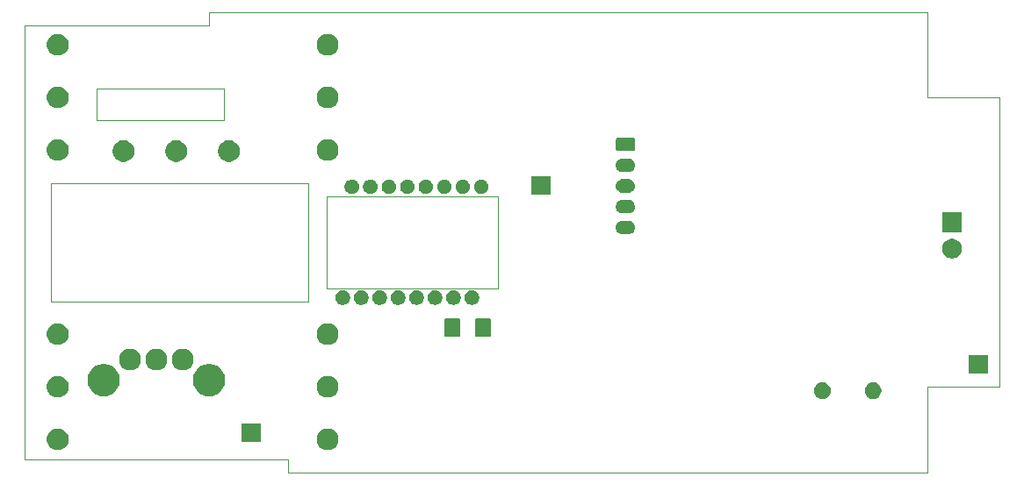
<source format=gbr>
G04 #@! TF.GenerationSoftware,KiCad,Pcbnew,6.0.0-unknown-f08d040~86~ubuntu18.04.1*
G04 #@! TF.CreationDate,2019-05-16T22:23:00+01:00*
G04 #@! TF.ProjectId,mouse8,6d6f7573-6538-42e6-9b69-6361645f7063,rev?*
G04 #@! TF.SameCoordinates,Original*
G04 #@! TF.FileFunction,Soldermask,Bot*
G04 #@! TF.FilePolarity,Negative*
%FSLAX46Y46*%
G04 Gerber Fmt 4.6, Leading zero omitted, Abs format (unit mm)*
G04 Created by KiCad (PCBNEW 6.0.0-unknown-f08d040~86~ubuntu18.04.1) date 2019-05-16 22:23:00*
%MOMM*%
%LPD*%
G04 APERTURE LIST*
%ADD10C,0.050000*%
%ADD11C,0.100000*%
G04 APERTURE END LIST*
D10*
X159308800Y-70916800D02*
X159308800Y-73914000D01*
X171653200Y-70916800D02*
X159308800Y-70916800D01*
X171653200Y-73914000D02*
X171653200Y-70916800D01*
X159308800Y-73914000D02*
X171653200Y-73914000D01*
X154940000Y-80010000D02*
X179705000Y-80010000D01*
X181483000Y-90170000D02*
X181483000Y-81280000D01*
X197993000Y-90170000D02*
X181483000Y-90170000D01*
X197993000Y-81280000D02*
X197993000Y-90170000D01*
X181483000Y-81280000D02*
X197993000Y-81280000D01*
X177800000Y-106680000D02*
X177800000Y-107950000D01*
X152400000Y-106680000D02*
X177800000Y-106680000D01*
X170180000Y-64770000D02*
X152400000Y-64770000D01*
X170180000Y-63500000D02*
X170180000Y-64770000D01*
X154940000Y-91440000D02*
X154940000Y-90805000D01*
X179705000Y-91440000D02*
X179705000Y-90805000D01*
X179705000Y-80010000D02*
X179705000Y-90805000D01*
X239395000Y-71755000D02*
X246380000Y-71755000D01*
X239395000Y-63500000D02*
X239395000Y-71755000D01*
X239395000Y-99695000D02*
X239395000Y-107950000D01*
X246380000Y-99695000D02*
X239395000Y-99695000D01*
X154940000Y-90805000D02*
X154940000Y-80010000D01*
X179705000Y-91440000D02*
X154940000Y-91440000D01*
X152400000Y-106680000D02*
X152400000Y-64770000D01*
X239395000Y-107950000D02*
X177800000Y-107950000D01*
X246380000Y-71755000D02*
X246380000Y-99695000D01*
X170180000Y-63500000D02*
X239395000Y-63500000D01*
D11*
G36*
X181916564Y-103764389D02*
G01*
X182107833Y-103843615D01*
X182107835Y-103843616D01*
X182279973Y-103958635D01*
X182426365Y-104105027D01*
X182541385Y-104277167D01*
X182620611Y-104468436D01*
X182661000Y-104671484D01*
X182661000Y-104878516D01*
X182620611Y-105081564D01*
X182541385Y-105272833D01*
X182541384Y-105272835D01*
X182426365Y-105444973D01*
X182279973Y-105591365D01*
X182107835Y-105706384D01*
X182107834Y-105706385D01*
X182107833Y-105706385D01*
X181916564Y-105785611D01*
X181713516Y-105826000D01*
X181506484Y-105826000D01*
X181303436Y-105785611D01*
X181112167Y-105706385D01*
X181112166Y-105706385D01*
X181112165Y-105706384D01*
X180940027Y-105591365D01*
X180793635Y-105444973D01*
X180678616Y-105272835D01*
X180678615Y-105272833D01*
X180599389Y-105081564D01*
X180559000Y-104878516D01*
X180559000Y-104671484D01*
X180599389Y-104468436D01*
X180678615Y-104277167D01*
X180793635Y-104105027D01*
X180940027Y-103958635D01*
X181112165Y-103843616D01*
X181112167Y-103843615D01*
X181303436Y-103764389D01*
X181506484Y-103724000D01*
X181713516Y-103724000D01*
X181916564Y-103764389D01*
X181916564Y-103764389D01*
G37*
G36*
X155881564Y-103764389D02*
G01*
X156072833Y-103843615D01*
X156072835Y-103843616D01*
X156244973Y-103958635D01*
X156391365Y-104105027D01*
X156506385Y-104277167D01*
X156585611Y-104468436D01*
X156626000Y-104671484D01*
X156626000Y-104878516D01*
X156585611Y-105081564D01*
X156506385Y-105272833D01*
X156506384Y-105272835D01*
X156391365Y-105444973D01*
X156244973Y-105591365D01*
X156072835Y-105706384D01*
X156072834Y-105706385D01*
X156072833Y-105706385D01*
X155881564Y-105785611D01*
X155678516Y-105826000D01*
X155471484Y-105826000D01*
X155268436Y-105785611D01*
X155077167Y-105706385D01*
X155077166Y-105706385D01*
X155077165Y-105706384D01*
X154905027Y-105591365D01*
X154758635Y-105444973D01*
X154643616Y-105272835D01*
X154643615Y-105272833D01*
X154564389Y-105081564D01*
X154524000Y-104878516D01*
X154524000Y-104671484D01*
X154564389Y-104468436D01*
X154643615Y-104277167D01*
X154758635Y-104105027D01*
X154905027Y-103958635D01*
X155077165Y-103843616D01*
X155077167Y-103843615D01*
X155268436Y-103764389D01*
X155471484Y-103724000D01*
X155678516Y-103724000D01*
X155881564Y-103764389D01*
X155881564Y-103764389D01*
G37*
G36*
X175145000Y-105041000D02*
G01*
X173343000Y-105041000D01*
X173343000Y-103239000D01*
X175145000Y-103239000D01*
X175145000Y-105041000D01*
X175145000Y-105041000D01*
G37*
G36*
X234421642Y-99305781D02*
G01*
X234567414Y-99366162D01*
X234567416Y-99366163D01*
X234698608Y-99453822D01*
X234810178Y-99565392D01*
X234827613Y-99591486D01*
X234897838Y-99696586D01*
X234958219Y-99842358D01*
X234989000Y-99997107D01*
X234989000Y-100154893D01*
X234958219Y-100309642D01*
X234897838Y-100455414D01*
X234897837Y-100455416D01*
X234810178Y-100586608D01*
X234698608Y-100698178D01*
X234567416Y-100785837D01*
X234567415Y-100785838D01*
X234567414Y-100785838D01*
X234421642Y-100846219D01*
X234266893Y-100877000D01*
X234109107Y-100877000D01*
X233954358Y-100846219D01*
X233808586Y-100785838D01*
X233808585Y-100785838D01*
X233808584Y-100785837D01*
X233677392Y-100698178D01*
X233565822Y-100586608D01*
X233478163Y-100455416D01*
X233478162Y-100455414D01*
X233417781Y-100309642D01*
X233387000Y-100154893D01*
X233387000Y-99997107D01*
X233417781Y-99842358D01*
X233478162Y-99696586D01*
X233548387Y-99591486D01*
X233565822Y-99565392D01*
X233677392Y-99453822D01*
X233808584Y-99366163D01*
X233808586Y-99366162D01*
X233954358Y-99305781D01*
X234109107Y-99275000D01*
X234266893Y-99275000D01*
X234421642Y-99305781D01*
X234421642Y-99305781D01*
G37*
G36*
X229541642Y-99305781D02*
G01*
X229687414Y-99366162D01*
X229687416Y-99366163D01*
X229818608Y-99453822D01*
X229930178Y-99565392D01*
X229947613Y-99591486D01*
X230017838Y-99696586D01*
X230078219Y-99842358D01*
X230109000Y-99997107D01*
X230109000Y-100154893D01*
X230078219Y-100309642D01*
X230017838Y-100455414D01*
X230017837Y-100455416D01*
X229930178Y-100586608D01*
X229818608Y-100698178D01*
X229687416Y-100785837D01*
X229687415Y-100785838D01*
X229687414Y-100785838D01*
X229541642Y-100846219D01*
X229386893Y-100877000D01*
X229229107Y-100877000D01*
X229074358Y-100846219D01*
X228928586Y-100785838D01*
X228928585Y-100785838D01*
X228928584Y-100785837D01*
X228797392Y-100698178D01*
X228685822Y-100586608D01*
X228598163Y-100455416D01*
X228598162Y-100455414D01*
X228537781Y-100309642D01*
X228507000Y-100154893D01*
X228507000Y-99997107D01*
X228537781Y-99842358D01*
X228598162Y-99696586D01*
X228668387Y-99591486D01*
X228685822Y-99565392D01*
X228797392Y-99453822D01*
X228928584Y-99366163D01*
X228928586Y-99366162D01*
X229074358Y-99305781D01*
X229229107Y-99275000D01*
X229386893Y-99275000D01*
X229541642Y-99305781D01*
X229541642Y-99305781D01*
G37*
G36*
X181916564Y-98684389D02*
G01*
X182107833Y-98763615D01*
X182107835Y-98763616D01*
X182279973Y-98878635D01*
X182426365Y-99025027D01*
X182541385Y-99197167D01*
X182620611Y-99388436D01*
X182661000Y-99591484D01*
X182661000Y-99798516D01*
X182620611Y-100001564D01*
X182557100Y-100154893D01*
X182541384Y-100192835D01*
X182426365Y-100364973D01*
X182279973Y-100511365D01*
X182107835Y-100626384D01*
X182107834Y-100626385D01*
X182107833Y-100626385D01*
X181916564Y-100705611D01*
X181713516Y-100746000D01*
X181506484Y-100746000D01*
X181303436Y-100705611D01*
X181112167Y-100626385D01*
X181112166Y-100626385D01*
X181112165Y-100626384D01*
X180940027Y-100511365D01*
X180793635Y-100364973D01*
X180678616Y-100192835D01*
X180662900Y-100154893D01*
X180599389Y-100001564D01*
X180559000Y-99798516D01*
X180559000Y-99591484D01*
X180599389Y-99388436D01*
X180678615Y-99197167D01*
X180793635Y-99025027D01*
X180940027Y-98878635D01*
X181112165Y-98763616D01*
X181112167Y-98763615D01*
X181303436Y-98684389D01*
X181506484Y-98644000D01*
X181713516Y-98644000D01*
X181916564Y-98684389D01*
X181916564Y-98684389D01*
G37*
G36*
X155881564Y-98684389D02*
G01*
X156072833Y-98763615D01*
X156072835Y-98763616D01*
X156244973Y-98878635D01*
X156391365Y-99025027D01*
X156506385Y-99197167D01*
X156585611Y-99388436D01*
X156626000Y-99591484D01*
X156626000Y-99798516D01*
X156585611Y-100001564D01*
X156522100Y-100154893D01*
X156506384Y-100192835D01*
X156391365Y-100364973D01*
X156244973Y-100511365D01*
X156072835Y-100626384D01*
X156072834Y-100626385D01*
X156072833Y-100626385D01*
X155881564Y-100705611D01*
X155678516Y-100746000D01*
X155471484Y-100746000D01*
X155268436Y-100705611D01*
X155077167Y-100626385D01*
X155077166Y-100626385D01*
X155077165Y-100626384D01*
X154905027Y-100511365D01*
X154758635Y-100364973D01*
X154643616Y-100192835D01*
X154627900Y-100154893D01*
X154564389Y-100001564D01*
X154524000Y-99798516D01*
X154524000Y-99591484D01*
X154564389Y-99388436D01*
X154643615Y-99197167D01*
X154758635Y-99025027D01*
X154905027Y-98878635D01*
X155077165Y-98763616D01*
X155077167Y-98763615D01*
X155268436Y-98684389D01*
X155471484Y-98644000D01*
X155678516Y-98644000D01*
X155881564Y-98684389D01*
X155881564Y-98684389D01*
G37*
G36*
X170482585Y-97538802D02*
G01*
X170632410Y-97568604D01*
X170914674Y-97685521D01*
X171168705Y-97855259D01*
X171384741Y-98071295D01*
X171554479Y-98325326D01*
X171671396Y-98607590D01*
X171731000Y-98907240D01*
X171731000Y-99212760D01*
X171671396Y-99512410D01*
X171554479Y-99794674D01*
X171384741Y-100048705D01*
X171168705Y-100264741D01*
X170914674Y-100434479D01*
X170632410Y-100551396D01*
X170482585Y-100581198D01*
X170332761Y-100611000D01*
X170027239Y-100611000D01*
X169877415Y-100581198D01*
X169727590Y-100551396D01*
X169445326Y-100434479D01*
X169191295Y-100264741D01*
X168975259Y-100048705D01*
X168805521Y-99794674D01*
X168688604Y-99512410D01*
X168629000Y-99212760D01*
X168629000Y-98907240D01*
X168688604Y-98607590D01*
X168805521Y-98325326D01*
X168975259Y-98071295D01*
X169191295Y-97855259D01*
X169445326Y-97685521D01*
X169727590Y-97568604D01*
X169877415Y-97538802D01*
X170027239Y-97509000D01*
X170332761Y-97509000D01*
X170482585Y-97538802D01*
X170482585Y-97538802D01*
G37*
G36*
X160322585Y-97538802D02*
G01*
X160472410Y-97568604D01*
X160754674Y-97685521D01*
X161008705Y-97855259D01*
X161224741Y-98071295D01*
X161394479Y-98325326D01*
X161511396Y-98607590D01*
X161571000Y-98907240D01*
X161571000Y-99212760D01*
X161511396Y-99512410D01*
X161394479Y-99794674D01*
X161224741Y-100048705D01*
X161008705Y-100264741D01*
X160754674Y-100434479D01*
X160472410Y-100551396D01*
X160322585Y-100581198D01*
X160172761Y-100611000D01*
X159867239Y-100611000D01*
X159717415Y-100581198D01*
X159567590Y-100551396D01*
X159285326Y-100434479D01*
X159031295Y-100264741D01*
X158815259Y-100048705D01*
X158645521Y-99794674D01*
X158528604Y-99512410D01*
X158469000Y-99212760D01*
X158469000Y-98907240D01*
X158528604Y-98607590D01*
X158645521Y-98325326D01*
X158815259Y-98071295D01*
X159031295Y-97855259D01*
X159285326Y-97685521D01*
X159567590Y-97568604D01*
X159717415Y-97538802D01*
X159867239Y-97509000D01*
X160172761Y-97509000D01*
X160322585Y-97538802D01*
X160322585Y-97538802D01*
G37*
G36*
X245249000Y-98437000D02*
G01*
X243447000Y-98437000D01*
X243447000Y-96635000D01*
X245249000Y-96635000D01*
X245249000Y-98437000D01*
X245249000Y-98437000D01*
G37*
G36*
X167946564Y-96049389D02*
G01*
X168137833Y-96128615D01*
X168137835Y-96128616D01*
X168309973Y-96243635D01*
X168456365Y-96390027D01*
X168571385Y-96562167D01*
X168650611Y-96753436D01*
X168691000Y-96956484D01*
X168691000Y-97163516D01*
X168650611Y-97366564D01*
X168591612Y-97509000D01*
X168571384Y-97557835D01*
X168456365Y-97729973D01*
X168309973Y-97876365D01*
X168137835Y-97991384D01*
X168137834Y-97991385D01*
X168137833Y-97991385D01*
X167946564Y-98070611D01*
X167743516Y-98111000D01*
X167536484Y-98111000D01*
X167333436Y-98070611D01*
X167142167Y-97991385D01*
X167142166Y-97991385D01*
X167142165Y-97991384D01*
X166970027Y-97876365D01*
X166823635Y-97729973D01*
X166708616Y-97557835D01*
X166688388Y-97509000D01*
X166629389Y-97366564D01*
X166589000Y-97163516D01*
X166589000Y-96956484D01*
X166629389Y-96753436D01*
X166708615Y-96562167D01*
X166823635Y-96390027D01*
X166970027Y-96243635D01*
X167142165Y-96128616D01*
X167142167Y-96128615D01*
X167333436Y-96049389D01*
X167536484Y-96009000D01*
X167743516Y-96009000D01*
X167946564Y-96049389D01*
X167946564Y-96049389D01*
G37*
G36*
X165406564Y-96049389D02*
G01*
X165597833Y-96128615D01*
X165597835Y-96128616D01*
X165769973Y-96243635D01*
X165916365Y-96390027D01*
X166031385Y-96562167D01*
X166110611Y-96753436D01*
X166151000Y-96956484D01*
X166151000Y-97163516D01*
X166110611Y-97366564D01*
X166051612Y-97509000D01*
X166031384Y-97557835D01*
X165916365Y-97729973D01*
X165769973Y-97876365D01*
X165597835Y-97991384D01*
X165597834Y-97991385D01*
X165597833Y-97991385D01*
X165406564Y-98070611D01*
X165203516Y-98111000D01*
X164996484Y-98111000D01*
X164793436Y-98070611D01*
X164602167Y-97991385D01*
X164602166Y-97991385D01*
X164602165Y-97991384D01*
X164430027Y-97876365D01*
X164283635Y-97729973D01*
X164168616Y-97557835D01*
X164148388Y-97509000D01*
X164089389Y-97366564D01*
X164049000Y-97163516D01*
X164049000Y-96956484D01*
X164089389Y-96753436D01*
X164168615Y-96562167D01*
X164283635Y-96390027D01*
X164430027Y-96243635D01*
X164602165Y-96128616D01*
X164602167Y-96128615D01*
X164793436Y-96049389D01*
X164996484Y-96009000D01*
X165203516Y-96009000D01*
X165406564Y-96049389D01*
X165406564Y-96049389D01*
G37*
G36*
X162866564Y-96049389D02*
G01*
X163057833Y-96128615D01*
X163057835Y-96128616D01*
X163229973Y-96243635D01*
X163376365Y-96390027D01*
X163491385Y-96562167D01*
X163570611Y-96753436D01*
X163611000Y-96956484D01*
X163611000Y-97163516D01*
X163570611Y-97366564D01*
X163511612Y-97509000D01*
X163491384Y-97557835D01*
X163376365Y-97729973D01*
X163229973Y-97876365D01*
X163057835Y-97991384D01*
X163057834Y-97991385D01*
X163057833Y-97991385D01*
X162866564Y-98070611D01*
X162663516Y-98111000D01*
X162456484Y-98111000D01*
X162253436Y-98070611D01*
X162062167Y-97991385D01*
X162062166Y-97991385D01*
X162062165Y-97991384D01*
X161890027Y-97876365D01*
X161743635Y-97729973D01*
X161628616Y-97557835D01*
X161608388Y-97509000D01*
X161549389Y-97366564D01*
X161509000Y-97163516D01*
X161509000Y-96956484D01*
X161549389Y-96753436D01*
X161628615Y-96562167D01*
X161743635Y-96390027D01*
X161890027Y-96243635D01*
X162062165Y-96128616D01*
X162062167Y-96128615D01*
X162253436Y-96049389D01*
X162456484Y-96009000D01*
X162663516Y-96009000D01*
X162866564Y-96049389D01*
X162866564Y-96049389D01*
G37*
G36*
X181916564Y-93604389D02*
G01*
X182107833Y-93683615D01*
X182107835Y-93683616D01*
X182279973Y-93798635D01*
X182426365Y-93945027D01*
X182541385Y-94117167D01*
X182620611Y-94308436D01*
X182661000Y-94511484D01*
X182661000Y-94718516D01*
X182620611Y-94921564D01*
X182541385Y-95112833D01*
X182541384Y-95112835D01*
X182426365Y-95284973D01*
X182279973Y-95431365D01*
X182107835Y-95546384D01*
X182107834Y-95546385D01*
X182107833Y-95546385D01*
X181916564Y-95625611D01*
X181713516Y-95666000D01*
X181506484Y-95666000D01*
X181303436Y-95625611D01*
X181112167Y-95546385D01*
X181112166Y-95546385D01*
X181112165Y-95546384D01*
X180940027Y-95431365D01*
X180793635Y-95284973D01*
X180678616Y-95112835D01*
X180678615Y-95112833D01*
X180599389Y-94921564D01*
X180559000Y-94718516D01*
X180559000Y-94511484D01*
X180599389Y-94308436D01*
X180678615Y-94117167D01*
X180793635Y-93945027D01*
X180940027Y-93798635D01*
X181112165Y-93683616D01*
X181112167Y-93683615D01*
X181303436Y-93604389D01*
X181506484Y-93564000D01*
X181713516Y-93564000D01*
X181916564Y-93604389D01*
X181916564Y-93604389D01*
G37*
G36*
X155881564Y-93604389D02*
G01*
X156072833Y-93683615D01*
X156072835Y-93683616D01*
X156244973Y-93798635D01*
X156391365Y-93945027D01*
X156506385Y-94117167D01*
X156585611Y-94308436D01*
X156626000Y-94511484D01*
X156626000Y-94718516D01*
X156585611Y-94921564D01*
X156506385Y-95112833D01*
X156506384Y-95112835D01*
X156391365Y-95284973D01*
X156244973Y-95431365D01*
X156072835Y-95546384D01*
X156072834Y-95546385D01*
X156072833Y-95546385D01*
X155881564Y-95625611D01*
X155678516Y-95666000D01*
X155471484Y-95666000D01*
X155268436Y-95625611D01*
X155077167Y-95546385D01*
X155077166Y-95546385D01*
X155077165Y-95546384D01*
X154905027Y-95431365D01*
X154758635Y-95284973D01*
X154643616Y-95112835D01*
X154643615Y-95112833D01*
X154564389Y-94921564D01*
X154524000Y-94718516D01*
X154524000Y-94511484D01*
X154564389Y-94308436D01*
X154643615Y-94117167D01*
X154758635Y-93945027D01*
X154905027Y-93798635D01*
X155077165Y-93683616D01*
X155077167Y-93683615D01*
X155268436Y-93604389D01*
X155471484Y-93564000D01*
X155678516Y-93564000D01*
X155881564Y-93604389D01*
X155881564Y-93604389D01*
G37*
G36*
X194234062Y-93058181D02*
G01*
X194268981Y-93068774D01*
X194301163Y-93085976D01*
X194329373Y-93109127D01*
X194352524Y-93137337D01*
X194369726Y-93169519D01*
X194380319Y-93204438D01*
X194384500Y-93246895D01*
X194384500Y-94713105D01*
X194380319Y-94755562D01*
X194369726Y-94790481D01*
X194352524Y-94822663D01*
X194329373Y-94850873D01*
X194301163Y-94874024D01*
X194268981Y-94891226D01*
X194234062Y-94901819D01*
X194191605Y-94906000D01*
X193050395Y-94906000D01*
X193007938Y-94901819D01*
X192973019Y-94891226D01*
X192940837Y-94874024D01*
X192912627Y-94850873D01*
X192889476Y-94822663D01*
X192872274Y-94790481D01*
X192861681Y-94755562D01*
X192857500Y-94713105D01*
X192857500Y-93246895D01*
X192861681Y-93204438D01*
X192872274Y-93169519D01*
X192889476Y-93137337D01*
X192912627Y-93109127D01*
X192940837Y-93085976D01*
X192973019Y-93068774D01*
X193007938Y-93058181D01*
X193050395Y-93054000D01*
X194191605Y-93054000D01*
X194234062Y-93058181D01*
X194234062Y-93058181D01*
G37*
G36*
X197209062Y-93058181D02*
G01*
X197243981Y-93068774D01*
X197276163Y-93085976D01*
X197304373Y-93109127D01*
X197327524Y-93137337D01*
X197344726Y-93169519D01*
X197355319Y-93204438D01*
X197359500Y-93246895D01*
X197359500Y-94713105D01*
X197355319Y-94755562D01*
X197344726Y-94790481D01*
X197327524Y-94822663D01*
X197304373Y-94850873D01*
X197276163Y-94874024D01*
X197243981Y-94891226D01*
X197209062Y-94901819D01*
X197166605Y-94906000D01*
X196025395Y-94906000D01*
X195982938Y-94901819D01*
X195948019Y-94891226D01*
X195915837Y-94874024D01*
X195887627Y-94850873D01*
X195864476Y-94822663D01*
X195847274Y-94790481D01*
X195836681Y-94755562D01*
X195832500Y-94713105D01*
X195832500Y-93246895D01*
X195836681Y-93204438D01*
X195847274Y-93169519D01*
X195864476Y-93137337D01*
X195887627Y-93109127D01*
X195915837Y-93085976D01*
X195948019Y-93068774D01*
X195982938Y-93058181D01*
X196025395Y-93054000D01*
X197166605Y-93054000D01*
X197209062Y-93058181D01*
X197209062Y-93058181D01*
G37*
G36*
X193947473Y-90400938D02*
G01*
X194075049Y-90453782D01*
X194189859Y-90530495D01*
X194287505Y-90628141D01*
X194364218Y-90742951D01*
X194417062Y-90870527D01*
X194444000Y-91005956D01*
X194444000Y-91144044D01*
X194417062Y-91279473D01*
X194364218Y-91407049D01*
X194287505Y-91521859D01*
X194189859Y-91619505D01*
X194075049Y-91696218D01*
X193947473Y-91749062D01*
X193812044Y-91776000D01*
X193673956Y-91776000D01*
X193538527Y-91749062D01*
X193410951Y-91696218D01*
X193296141Y-91619505D01*
X193198495Y-91521859D01*
X193121782Y-91407049D01*
X193068938Y-91279473D01*
X193042000Y-91144044D01*
X193042000Y-91005956D01*
X193068938Y-90870527D01*
X193121782Y-90742951D01*
X193198495Y-90628141D01*
X193296141Y-90530495D01*
X193410951Y-90453782D01*
X193538527Y-90400938D01*
X193673956Y-90374000D01*
X193812044Y-90374000D01*
X193947473Y-90400938D01*
X193947473Y-90400938D01*
G37*
G36*
X190387473Y-90400938D02*
G01*
X190515049Y-90453782D01*
X190629859Y-90530495D01*
X190727505Y-90628141D01*
X190804218Y-90742951D01*
X190857062Y-90870527D01*
X190884000Y-91005956D01*
X190884000Y-91144044D01*
X190857062Y-91279473D01*
X190804218Y-91407049D01*
X190727505Y-91521859D01*
X190629859Y-91619505D01*
X190515049Y-91696218D01*
X190387473Y-91749062D01*
X190252044Y-91776000D01*
X190113956Y-91776000D01*
X189978527Y-91749062D01*
X189850951Y-91696218D01*
X189736141Y-91619505D01*
X189638495Y-91521859D01*
X189561782Y-91407049D01*
X189508938Y-91279473D01*
X189482000Y-91144044D01*
X189482000Y-91005956D01*
X189508938Y-90870527D01*
X189561782Y-90742951D01*
X189638495Y-90628141D01*
X189736141Y-90530495D01*
X189850951Y-90453782D01*
X189978527Y-90400938D01*
X190113956Y-90374000D01*
X190252044Y-90374000D01*
X190387473Y-90400938D01*
X190387473Y-90400938D01*
G37*
G36*
X195727473Y-90400938D02*
G01*
X195855049Y-90453782D01*
X195969859Y-90530495D01*
X196067505Y-90628141D01*
X196144218Y-90742951D01*
X196197062Y-90870527D01*
X196224000Y-91005956D01*
X196224000Y-91144044D01*
X196197062Y-91279473D01*
X196144218Y-91407049D01*
X196067505Y-91521859D01*
X195969859Y-91619505D01*
X195855049Y-91696218D01*
X195727473Y-91749062D01*
X195592044Y-91776000D01*
X195453956Y-91776000D01*
X195318527Y-91749062D01*
X195190951Y-91696218D01*
X195076141Y-91619505D01*
X194978495Y-91521859D01*
X194901782Y-91407049D01*
X194848938Y-91279473D01*
X194822000Y-91144044D01*
X194822000Y-91005956D01*
X194848938Y-90870527D01*
X194901782Y-90742951D01*
X194978495Y-90628141D01*
X195076141Y-90530495D01*
X195190951Y-90453782D01*
X195318527Y-90400938D01*
X195453956Y-90374000D01*
X195592044Y-90374000D01*
X195727473Y-90400938D01*
X195727473Y-90400938D01*
G37*
G36*
X192167473Y-90400938D02*
G01*
X192295049Y-90453782D01*
X192409859Y-90530495D01*
X192507505Y-90628141D01*
X192584218Y-90742951D01*
X192637062Y-90870527D01*
X192664000Y-91005956D01*
X192664000Y-91144044D01*
X192637062Y-91279473D01*
X192584218Y-91407049D01*
X192507505Y-91521859D01*
X192409859Y-91619505D01*
X192295049Y-91696218D01*
X192167473Y-91749062D01*
X192032044Y-91776000D01*
X191893956Y-91776000D01*
X191758527Y-91749062D01*
X191630951Y-91696218D01*
X191516141Y-91619505D01*
X191418495Y-91521859D01*
X191341782Y-91407049D01*
X191288938Y-91279473D01*
X191262000Y-91144044D01*
X191262000Y-91005956D01*
X191288938Y-90870527D01*
X191341782Y-90742951D01*
X191418495Y-90628141D01*
X191516141Y-90530495D01*
X191630951Y-90453782D01*
X191758527Y-90400938D01*
X191893956Y-90374000D01*
X192032044Y-90374000D01*
X192167473Y-90400938D01*
X192167473Y-90400938D01*
G37*
G36*
X188607473Y-90400938D02*
G01*
X188735049Y-90453782D01*
X188849859Y-90530495D01*
X188947505Y-90628141D01*
X189024218Y-90742951D01*
X189077062Y-90870527D01*
X189104000Y-91005956D01*
X189104000Y-91144044D01*
X189077062Y-91279473D01*
X189024218Y-91407049D01*
X188947505Y-91521859D01*
X188849859Y-91619505D01*
X188735049Y-91696218D01*
X188607473Y-91749062D01*
X188472044Y-91776000D01*
X188333956Y-91776000D01*
X188198527Y-91749062D01*
X188070951Y-91696218D01*
X187956141Y-91619505D01*
X187858495Y-91521859D01*
X187781782Y-91407049D01*
X187728938Y-91279473D01*
X187702000Y-91144044D01*
X187702000Y-91005956D01*
X187728938Y-90870527D01*
X187781782Y-90742951D01*
X187858495Y-90628141D01*
X187956141Y-90530495D01*
X188070951Y-90453782D01*
X188198527Y-90400938D01*
X188333956Y-90374000D01*
X188472044Y-90374000D01*
X188607473Y-90400938D01*
X188607473Y-90400938D01*
G37*
G36*
X186827473Y-90400938D02*
G01*
X186955049Y-90453782D01*
X187069859Y-90530495D01*
X187167505Y-90628141D01*
X187244218Y-90742951D01*
X187297062Y-90870527D01*
X187324000Y-91005956D01*
X187324000Y-91144044D01*
X187297062Y-91279473D01*
X187244218Y-91407049D01*
X187167505Y-91521859D01*
X187069859Y-91619505D01*
X186955049Y-91696218D01*
X186827473Y-91749062D01*
X186692044Y-91776000D01*
X186553956Y-91776000D01*
X186418527Y-91749062D01*
X186290951Y-91696218D01*
X186176141Y-91619505D01*
X186078495Y-91521859D01*
X186001782Y-91407049D01*
X185948938Y-91279473D01*
X185922000Y-91144044D01*
X185922000Y-91005956D01*
X185948938Y-90870527D01*
X186001782Y-90742951D01*
X186078495Y-90628141D01*
X186176141Y-90530495D01*
X186290951Y-90453782D01*
X186418527Y-90400938D01*
X186553956Y-90374000D01*
X186692044Y-90374000D01*
X186827473Y-90400938D01*
X186827473Y-90400938D01*
G37*
G36*
X185047473Y-90400938D02*
G01*
X185175049Y-90453782D01*
X185289859Y-90530495D01*
X185387505Y-90628141D01*
X185464218Y-90742951D01*
X185517062Y-90870527D01*
X185544000Y-91005956D01*
X185544000Y-91144044D01*
X185517062Y-91279473D01*
X185464218Y-91407049D01*
X185387505Y-91521859D01*
X185289859Y-91619505D01*
X185175049Y-91696218D01*
X185047473Y-91749062D01*
X184912044Y-91776000D01*
X184773956Y-91776000D01*
X184638527Y-91749062D01*
X184510951Y-91696218D01*
X184396141Y-91619505D01*
X184298495Y-91521859D01*
X184221782Y-91407049D01*
X184168938Y-91279473D01*
X184142000Y-91144044D01*
X184142000Y-91005956D01*
X184168938Y-90870527D01*
X184221782Y-90742951D01*
X184298495Y-90628141D01*
X184396141Y-90530495D01*
X184510951Y-90453782D01*
X184638527Y-90400938D01*
X184773956Y-90374000D01*
X184912044Y-90374000D01*
X185047473Y-90400938D01*
X185047473Y-90400938D01*
G37*
G36*
X183267473Y-90400938D02*
G01*
X183395049Y-90453782D01*
X183509859Y-90530495D01*
X183607505Y-90628141D01*
X183684218Y-90742951D01*
X183737062Y-90870527D01*
X183764000Y-91005956D01*
X183764000Y-91144044D01*
X183737062Y-91279473D01*
X183684218Y-91407049D01*
X183607505Y-91521859D01*
X183509859Y-91619505D01*
X183395049Y-91696218D01*
X183267473Y-91749062D01*
X183132044Y-91776000D01*
X182993956Y-91776000D01*
X182858527Y-91749062D01*
X182730951Y-91696218D01*
X182616141Y-91619505D01*
X182518495Y-91521859D01*
X182441782Y-91407049D01*
X182388938Y-91279473D01*
X182362000Y-91144044D01*
X182362000Y-91005956D01*
X182388938Y-90870527D01*
X182441782Y-90742951D01*
X182518495Y-90628141D01*
X182616141Y-90530495D01*
X182730951Y-90453782D01*
X182858527Y-90400938D01*
X182993956Y-90374000D01*
X183132044Y-90374000D01*
X183267473Y-90400938D01*
X183267473Y-90400938D01*
G37*
G36*
X242085395Y-85445546D02*
G01*
X242258466Y-85517234D01*
X242258467Y-85517235D01*
X242414227Y-85621310D01*
X242546690Y-85753773D01*
X242546691Y-85753775D01*
X242650766Y-85909534D01*
X242722454Y-86082605D01*
X242759000Y-86266333D01*
X242759000Y-86453667D01*
X242722454Y-86637395D01*
X242650766Y-86810466D01*
X242650765Y-86810467D01*
X242546690Y-86966227D01*
X242414227Y-87098690D01*
X242335818Y-87151081D01*
X242258466Y-87202766D01*
X242085395Y-87274454D01*
X241901667Y-87311000D01*
X241714333Y-87311000D01*
X241530605Y-87274454D01*
X241357534Y-87202766D01*
X241280182Y-87151081D01*
X241201773Y-87098690D01*
X241069310Y-86966227D01*
X240965235Y-86810467D01*
X240965234Y-86810466D01*
X240893546Y-86637395D01*
X240857000Y-86453667D01*
X240857000Y-86266333D01*
X240893546Y-86082605D01*
X240965234Y-85909534D01*
X241069309Y-85753775D01*
X241069310Y-85753773D01*
X241201773Y-85621310D01*
X241357533Y-85517235D01*
X241357534Y-85517234D01*
X241530605Y-85445546D01*
X241714333Y-85409000D01*
X241901667Y-85409000D01*
X242085395Y-85445546D01*
X242085395Y-85445546D01*
G37*
G36*
X210650855Y-83653140D02*
G01*
X210714618Y-83659420D01*
X210805404Y-83686960D01*
X210837336Y-83696646D01*
X210950425Y-83757094D01*
X211049554Y-83838446D01*
X211130906Y-83937575D01*
X211191354Y-84050664D01*
X211191355Y-84050668D01*
X211228580Y-84173382D01*
X211241149Y-84301000D01*
X211228580Y-84428618D01*
X211201040Y-84519404D01*
X211191354Y-84551336D01*
X211130906Y-84664425D01*
X211049554Y-84763554D01*
X210950425Y-84844906D01*
X210837336Y-84905354D01*
X210805404Y-84915040D01*
X210714618Y-84942580D01*
X210650855Y-84948860D01*
X210618974Y-84952000D01*
X210005026Y-84952000D01*
X209973145Y-84948860D01*
X209909382Y-84942580D01*
X209818596Y-84915040D01*
X209786664Y-84905354D01*
X209673575Y-84844906D01*
X209574446Y-84763554D01*
X209493094Y-84664425D01*
X209432646Y-84551336D01*
X209422960Y-84519404D01*
X209395420Y-84428618D01*
X209382851Y-84301000D01*
X209395420Y-84173382D01*
X209432645Y-84050668D01*
X209432646Y-84050664D01*
X209493094Y-83937575D01*
X209574446Y-83838446D01*
X209673575Y-83757094D01*
X209786664Y-83696646D01*
X209818596Y-83686960D01*
X209909382Y-83659420D01*
X209973145Y-83653140D01*
X210005026Y-83650000D01*
X210618974Y-83650000D01*
X210650855Y-83653140D01*
X210650855Y-83653140D01*
G37*
G36*
X242759000Y-84771000D02*
G01*
X240857000Y-84771000D01*
X240857000Y-82869000D01*
X242759000Y-82869000D01*
X242759000Y-84771000D01*
X242759000Y-84771000D01*
G37*
G36*
X210650855Y-81653140D02*
G01*
X210714618Y-81659420D01*
X210805404Y-81686960D01*
X210837336Y-81696646D01*
X210950425Y-81757094D01*
X211049554Y-81838446D01*
X211130906Y-81937575D01*
X211191354Y-82050664D01*
X211191355Y-82050668D01*
X211228580Y-82173382D01*
X211241149Y-82301000D01*
X211228580Y-82428618D01*
X211201040Y-82519404D01*
X211191354Y-82551336D01*
X211130906Y-82664425D01*
X211049554Y-82763554D01*
X210950425Y-82844906D01*
X210837336Y-82905354D01*
X210805404Y-82915040D01*
X210714618Y-82942580D01*
X210650855Y-82948860D01*
X210618974Y-82952000D01*
X210005026Y-82952000D01*
X209973145Y-82948860D01*
X209909382Y-82942580D01*
X209818596Y-82915040D01*
X209786664Y-82905354D01*
X209673575Y-82844906D01*
X209574446Y-82763554D01*
X209493094Y-82664425D01*
X209432646Y-82551336D01*
X209422960Y-82519404D01*
X209395420Y-82428618D01*
X209382851Y-82301000D01*
X209395420Y-82173382D01*
X209432645Y-82050668D01*
X209432646Y-82050664D01*
X209493094Y-81937575D01*
X209574446Y-81838446D01*
X209673575Y-81757094D01*
X209786664Y-81696646D01*
X209818596Y-81686960D01*
X209909382Y-81659420D01*
X209973145Y-81653140D01*
X210005026Y-81650000D01*
X210618974Y-81650000D01*
X210650855Y-81653140D01*
X210650855Y-81653140D01*
G37*
G36*
X203085000Y-81165000D02*
G01*
X201283000Y-81165000D01*
X201283000Y-79363000D01*
X203085000Y-79363000D01*
X203085000Y-81165000D01*
X203085000Y-81165000D01*
G37*
G36*
X187717473Y-79700938D02*
G01*
X187845049Y-79753782D01*
X187959859Y-79830495D01*
X188057505Y-79928141D01*
X188134218Y-80042951D01*
X188187062Y-80170527D01*
X188214000Y-80305956D01*
X188214000Y-80444044D01*
X188187062Y-80579473D01*
X188134218Y-80707049D01*
X188057505Y-80821859D01*
X187959859Y-80919505D01*
X187845049Y-80996218D01*
X187717473Y-81049062D01*
X187582044Y-81076000D01*
X187443956Y-81076000D01*
X187308527Y-81049062D01*
X187180951Y-80996218D01*
X187066141Y-80919505D01*
X186968495Y-80821859D01*
X186891782Y-80707049D01*
X186838938Y-80579473D01*
X186812000Y-80444044D01*
X186812000Y-80305956D01*
X186838938Y-80170527D01*
X186891782Y-80042951D01*
X186968495Y-79928141D01*
X187066141Y-79830495D01*
X187180951Y-79753782D01*
X187308527Y-79700938D01*
X187443956Y-79674000D01*
X187582044Y-79674000D01*
X187717473Y-79700938D01*
X187717473Y-79700938D01*
G37*
G36*
X196617473Y-79700938D02*
G01*
X196745049Y-79753782D01*
X196859859Y-79830495D01*
X196957505Y-79928141D01*
X197034218Y-80042951D01*
X197087062Y-80170527D01*
X197114000Y-80305956D01*
X197114000Y-80444044D01*
X197087062Y-80579473D01*
X197034218Y-80707049D01*
X196957505Y-80821859D01*
X196859859Y-80919505D01*
X196745049Y-80996218D01*
X196617473Y-81049062D01*
X196482044Y-81076000D01*
X196343956Y-81076000D01*
X196208527Y-81049062D01*
X196080951Y-80996218D01*
X195966141Y-80919505D01*
X195868495Y-80821859D01*
X195791782Y-80707049D01*
X195738938Y-80579473D01*
X195712000Y-80444044D01*
X195712000Y-80305956D01*
X195738938Y-80170527D01*
X195791782Y-80042951D01*
X195868495Y-79928141D01*
X195966141Y-79830495D01*
X196080951Y-79753782D01*
X196208527Y-79700938D01*
X196343956Y-79674000D01*
X196482044Y-79674000D01*
X196617473Y-79700938D01*
X196617473Y-79700938D01*
G37*
G36*
X194837473Y-79700938D02*
G01*
X194965049Y-79753782D01*
X195079859Y-79830495D01*
X195177505Y-79928141D01*
X195254218Y-80042951D01*
X195307062Y-80170527D01*
X195334000Y-80305956D01*
X195334000Y-80444044D01*
X195307062Y-80579473D01*
X195254218Y-80707049D01*
X195177505Y-80821859D01*
X195079859Y-80919505D01*
X194965049Y-80996218D01*
X194837473Y-81049062D01*
X194702044Y-81076000D01*
X194563956Y-81076000D01*
X194428527Y-81049062D01*
X194300951Y-80996218D01*
X194186141Y-80919505D01*
X194088495Y-80821859D01*
X194011782Y-80707049D01*
X193958938Y-80579473D01*
X193932000Y-80444044D01*
X193932000Y-80305956D01*
X193958938Y-80170527D01*
X194011782Y-80042951D01*
X194088495Y-79928141D01*
X194186141Y-79830495D01*
X194300951Y-79753782D01*
X194428527Y-79700938D01*
X194563956Y-79674000D01*
X194702044Y-79674000D01*
X194837473Y-79700938D01*
X194837473Y-79700938D01*
G37*
G36*
X193057473Y-79700938D02*
G01*
X193185049Y-79753782D01*
X193299859Y-79830495D01*
X193397505Y-79928141D01*
X193474218Y-80042951D01*
X193527062Y-80170527D01*
X193554000Y-80305956D01*
X193554000Y-80444044D01*
X193527062Y-80579473D01*
X193474218Y-80707049D01*
X193397505Y-80821859D01*
X193299859Y-80919505D01*
X193185049Y-80996218D01*
X193057473Y-81049062D01*
X192922044Y-81076000D01*
X192783956Y-81076000D01*
X192648527Y-81049062D01*
X192520951Y-80996218D01*
X192406141Y-80919505D01*
X192308495Y-80821859D01*
X192231782Y-80707049D01*
X192178938Y-80579473D01*
X192152000Y-80444044D01*
X192152000Y-80305956D01*
X192178938Y-80170527D01*
X192231782Y-80042951D01*
X192308495Y-79928141D01*
X192406141Y-79830495D01*
X192520951Y-79753782D01*
X192648527Y-79700938D01*
X192783956Y-79674000D01*
X192922044Y-79674000D01*
X193057473Y-79700938D01*
X193057473Y-79700938D01*
G37*
G36*
X191277473Y-79700938D02*
G01*
X191405049Y-79753782D01*
X191519859Y-79830495D01*
X191617505Y-79928141D01*
X191694218Y-80042951D01*
X191747062Y-80170527D01*
X191774000Y-80305956D01*
X191774000Y-80444044D01*
X191747062Y-80579473D01*
X191694218Y-80707049D01*
X191617505Y-80821859D01*
X191519859Y-80919505D01*
X191405049Y-80996218D01*
X191277473Y-81049062D01*
X191142044Y-81076000D01*
X191003956Y-81076000D01*
X190868527Y-81049062D01*
X190740951Y-80996218D01*
X190626141Y-80919505D01*
X190528495Y-80821859D01*
X190451782Y-80707049D01*
X190398938Y-80579473D01*
X190372000Y-80444044D01*
X190372000Y-80305956D01*
X190398938Y-80170527D01*
X190451782Y-80042951D01*
X190528495Y-79928141D01*
X190626141Y-79830495D01*
X190740951Y-79753782D01*
X190868527Y-79700938D01*
X191003956Y-79674000D01*
X191142044Y-79674000D01*
X191277473Y-79700938D01*
X191277473Y-79700938D01*
G37*
G36*
X189497473Y-79700938D02*
G01*
X189625049Y-79753782D01*
X189739859Y-79830495D01*
X189837505Y-79928141D01*
X189914218Y-80042951D01*
X189967062Y-80170527D01*
X189994000Y-80305956D01*
X189994000Y-80444044D01*
X189967062Y-80579473D01*
X189914218Y-80707049D01*
X189837505Y-80821859D01*
X189739859Y-80919505D01*
X189625049Y-80996218D01*
X189497473Y-81049062D01*
X189362044Y-81076000D01*
X189223956Y-81076000D01*
X189088527Y-81049062D01*
X188960951Y-80996218D01*
X188846141Y-80919505D01*
X188748495Y-80821859D01*
X188671782Y-80707049D01*
X188618938Y-80579473D01*
X188592000Y-80444044D01*
X188592000Y-80305956D01*
X188618938Y-80170527D01*
X188671782Y-80042951D01*
X188748495Y-79928141D01*
X188846141Y-79830495D01*
X188960951Y-79753782D01*
X189088527Y-79700938D01*
X189223956Y-79674000D01*
X189362044Y-79674000D01*
X189497473Y-79700938D01*
X189497473Y-79700938D01*
G37*
G36*
X185937473Y-79700938D02*
G01*
X186065049Y-79753782D01*
X186179859Y-79830495D01*
X186277505Y-79928141D01*
X186354218Y-80042951D01*
X186407062Y-80170527D01*
X186434000Y-80305956D01*
X186434000Y-80444044D01*
X186407062Y-80579473D01*
X186354218Y-80707049D01*
X186277505Y-80821859D01*
X186179859Y-80919505D01*
X186065049Y-80996218D01*
X185937473Y-81049062D01*
X185802044Y-81076000D01*
X185663956Y-81076000D01*
X185528527Y-81049062D01*
X185400951Y-80996218D01*
X185286141Y-80919505D01*
X185188495Y-80821859D01*
X185111782Y-80707049D01*
X185058938Y-80579473D01*
X185032000Y-80444044D01*
X185032000Y-80305956D01*
X185058938Y-80170527D01*
X185111782Y-80042951D01*
X185188495Y-79928141D01*
X185286141Y-79830495D01*
X185400951Y-79753782D01*
X185528527Y-79700938D01*
X185663956Y-79674000D01*
X185802044Y-79674000D01*
X185937473Y-79700938D01*
X185937473Y-79700938D01*
G37*
G36*
X184157473Y-79700938D02*
G01*
X184285049Y-79753782D01*
X184399859Y-79830495D01*
X184497505Y-79928141D01*
X184574218Y-80042951D01*
X184627062Y-80170527D01*
X184654000Y-80305956D01*
X184654000Y-80444044D01*
X184627062Y-80579473D01*
X184574218Y-80707049D01*
X184497505Y-80821859D01*
X184399859Y-80919505D01*
X184285049Y-80996218D01*
X184157473Y-81049062D01*
X184022044Y-81076000D01*
X183883956Y-81076000D01*
X183748527Y-81049062D01*
X183620951Y-80996218D01*
X183506141Y-80919505D01*
X183408495Y-80821859D01*
X183331782Y-80707049D01*
X183278938Y-80579473D01*
X183252000Y-80444044D01*
X183252000Y-80305956D01*
X183278938Y-80170527D01*
X183331782Y-80042951D01*
X183408495Y-79928141D01*
X183506141Y-79830495D01*
X183620951Y-79753782D01*
X183748527Y-79700938D01*
X183883956Y-79674000D01*
X184022044Y-79674000D01*
X184157473Y-79700938D01*
X184157473Y-79700938D01*
G37*
G36*
X210650855Y-79653140D02*
G01*
X210714618Y-79659420D01*
X210805404Y-79686960D01*
X210837336Y-79696646D01*
X210950425Y-79757094D01*
X211049554Y-79838446D01*
X211130906Y-79937575D01*
X211191354Y-80050664D01*
X211191355Y-80050668D01*
X211228580Y-80173382D01*
X211241149Y-80301000D01*
X211228580Y-80428618D01*
X211201040Y-80519404D01*
X211191354Y-80551336D01*
X211130906Y-80664425D01*
X211049554Y-80763554D01*
X210950425Y-80844906D01*
X210837336Y-80905354D01*
X210805404Y-80915040D01*
X210714618Y-80942580D01*
X210650855Y-80948860D01*
X210618974Y-80952000D01*
X210005026Y-80952000D01*
X209973145Y-80948860D01*
X209909382Y-80942580D01*
X209818596Y-80915040D01*
X209786664Y-80905354D01*
X209673575Y-80844906D01*
X209574446Y-80763554D01*
X209493094Y-80664425D01*
X209432646Y-80551336D01*
X209422960Y-80519404D01*
X209395420Y-80428618D01*
X209382851Y-80301000D01*
X209395420Y-80173382D01*
X209432645Y-80050668D01*
X209432646Y-80050664D01*
X209493094Y-79937575D01*
X209574446Y-79838446D01*
X209673575Y-79757094D01*
X209786664Y-79696646D01*
X209818596Y-79686960D01*
X209909382Y-79659420D01*
X209973145Y-79653140D01*
X210005026Y-79650000D01*
X210618974Y-79650000D01*
X210650855Y-79653140D01*
X210650855Y-79653140D01*
G37*
G36*
X210650855Y-77653140D02*
G01*
X210714618Y-77659420D01*
X210805404Y-77686960D01*
X210837336Y-77696646D01*
X210950425Y-77757094D01*
X211049554Y-77838446D01*
X211130906Y-77937575D01*
X211191354Y-78050664D01*
X211191355Y-78050668D01*
X211228580Y-78173382D01*
X211241149Y-78301000D01*
X211228580Y-78428618D01*
X211201040Y-78519404D01*
X211191354Y-78551336D01*
X211130906Y-78664425D01*
X211049554Y-78763554D01*
X210950425Y-78844906D01*
X210837336Y-78905354D01*
X210805404Y-78915040D01*
X210714618Y-78942580D01*
X210650855Y-78948860D01*
X210618974Y-78952000D01*
X210005026Y-78952000D01*
X209973145Y-78948860D01*
X209909382Y-78942580D01*
X209818596Y-78915040D01*
X209786664Y-78905354D01*
X209673575Y-78844906D01*
X209574446Y-78763554D01*
X209493094Y-78664425D01*
X209432646Y-78551336D01*
X209422960Y-78519404D01*
X209395420Y-78428618D01*
X209382851Y-78301000D01*
X209395420Y-78173382D01*
X209432645Y-78050668D01*
X209432646Y-78050664D01*
X209493094Y-77937575D01*
X209574446Y-77838446D01*
X209673575Y-77757094D01*
X209786664Y-77696646D01*
X209818596Y-77686960D01*
X209909382Y-77659420D01*
X209973145Y-77653140D01*
X210005026Y-77650000D01*
X210618974Y-77650000D01*
X210650855Y-77653140D01*
X210650855Y-77653140D01*
G37*
G36*
X162231564Y-75924389D02*
G01*
X162422833Y-76003615D01*
X162422835Y-76003616D01*
X162594973Y-76118635D01*
X162741365Y-76265027D01*
X162856385Y-76437167D01*
X162935611Y-76628436D01*
X162976000Y-76831484D01*
X162976000Y-77038516D01*
X162935611Y-77241564D01*
X162897806Y-77332833D01*
X162856384Y-77432835D01*
X162741365Y-77604973D01*
X162594973Y-77751365D01*
X162422835Y-77866384D01*
X162422834Y-77866385D01*
X162422833Y-77866385D01*
X162231564Y-77945611D01*
X162028516Y-77986000D01*
X161821484Y-77986000D01*
X161618436Y-77945611D01*
X161427167Y-77866385D01*
X161427166Y-77866385D01*
X161427165Y-77866384D01*
X161255027Y-77751365D01*
X161108635Y-77604973D01*
X160993616Y-77432835D01*
X160952194Y-77332833D01*
X160914389Y-77241564D01*
X160874000Y-77038516D01*
X160874000Y-76831484D01*
X160914389Y-76628436D01*
X160993615Y-76437167D01*
X161108635Y-76265027D01*
X161255027Y-76118635D01*
X161427165Y-76003616D01*
X161427167Y-76003615D01*
X161618436Y-75924389D01*
X161821484Y-75884000D01*
X162028516Y-75884000D01*
X162231564Y-75924389D01*
X162231564Y-75924389D01*
G37*
G36*
X172391564Y-75924389D02*
G01*
X172582833Y-76003615D01*
X172582835Y-76003616D01*
X172754973Y-76118635D01*
X172901365Y-76265027D01*
X173016385Y-76437167D01*
X173095611Y-76628436D01*
X173136000Y-76831484D01*
X173136000Y-77038516D01*
X173095611Y-77241564D01*
X173057806Y-77332833D01*
X173016384Y-77432835D01*
X172901365Y-77604973D01*
X172754973Y-77751365D01*
X172582835Y-77866384D01*
X172582834Y-77866385D01*
X172582833Y-77866385D01*
X172391564Y-77945611D01*
X172188516Y-77986000D01*
X171981484Y-77986000D01*
X171778436Y-77945611D01*
X171587167Y-77866385D01*
X171587166Y-77866385D01*
X171587165Y-77866384D01*
X171415027Y-77751365D01*
X171268635Y-77604973D01*
X171153616Y-77432835D01*
X171112194Y-77332833D01*
X171074389Y-77241564D01*
X171034000Y-77038516D01*
X171034000Y-76831484D01*
X171074389Y-76628436D01*
X171153615Y-76437167D01*
X171268635Y-76265027D01*
X171415027Y-76118635D01*
X171587165Y-76003616D01*
X171587167Y-76003615D01*
X171778436Y-75924389D01*
X171981484Y-75884000D01*
X172188516Y-75884000D01*
X172391564Y-75924389D01*
X172391564Y-75924389D01*
G37*
G36*
X167311564Y-75924389D02*
G01*
X167502833Y-76003615D01*
X167502835Y-76003616D01*
X167674973Y-76118635D01*
X167821365Y-76265027D01*
X167936385Y-76437167D01*
X168015611Y-76628436D01*
X168056000Y-76831484D01*
X168056000Y-77038516D01*
X168015611Y-77241564D01*
X167977806Y-77332833D01*
X167936384Y-77432835D01*
X167821365Y-77604973D01*
X167674973Y-77751365D01*
X167502835Y-77866384D01*
X167502834Y-77866385D01*
X167502833Y-77866385D01*
X167311564Y-77945611D01*
X167108516Y-77986000D01*
X166901484Y-77986000D01*
X166698436Y-77945611D01*
X166507167Y-77866385D01*
X166507166Y-77866385D01*
X166507165Y-77866384D01*
X166335027Y-77751365D01*
X166188635Y-77604973D01*
X166073616Y-77432835D01*
X166032194Y-77332833D01*
X165994389Y-77241564D01*
X165954000Y-77038516D01*
X165954000Y-76831484D01*
X165994389Y-76628436D01*
X166073615Y-76437167D01*
X166188635Y-76265027D01*
X166335027Y-76118635D01*
X166507165Y-76003616D01*
X166507167Y-76003615D01*
X166698436Y-75924389D01*
X166901484Y-75884000D01*
X167108516Y-75884000D01*
X167311564Y-75924389D01*
X167311564Y-75924389D01*
G37*
G36*
X181916564Y-75824389D02*
G01*
X182107833Y-75903615D01*
X182107835Y-75903616D01*
X182138924Y-75924389D01*
X182279973Y-76018635D01*
X182426365Y-76165027D01*
X182541385Y-76337167D01*
X182620611Y-76528436D01*
X182661000Y-76731484D01*
X182661000Y-76938516D01*
X182620611Y-77141564D01*
X182579189Y-77241565D01*
X182541384Y-77332835D01*
X182426365Y-77504973D01*
X182279973Y-77651365D01*
X182107835Y-77766384D01*
X182107834Y-77766385D01*
X182107833Y-77766385D01*
X181916564Y-77845611D01*
X181713516Y-77886000D01*
X181506484Y-77886000D01*
X181303436Y-77845611D01*
X181112167Y-77766385D01*
X181112166Y-77766385D01*
X181112165Y-77766384D01*
X180940027Y-77651365D01*
X180793635Y-77504973D01*
X180678616Y-77332835D01*
X180640811Y-77241565D01*
X180599389Y-77141564D01*
X180559000Y-76938516D01*
X180559000Y-76731484D01*
X180599389Y-76528436D01*
X180678615Y-76337167D01*
X180793635Y-76165027D01*
X180940027Y-76018635D01*
X181081076Y-75924389D01*
X181112165Y-75903616D01*
X181112167Y-75903615D01*
X181303436Y-75824389D01*
X181506484Y-75784000D01*
X181713516Y-75784000D01*
X181916564Y-75824389D01*
X181916564Y-75824389D01*
G37*
G36*
X155881564Y-75824389D02*
G01*
X156072833Y-75903615D01*
X156072835Y-75903616D01*
X156103924Y-75924389D01*
X156244973Y-76018635D01*
X156391365Y-76165027D01*
X156506385Y-76337167D01*
X156585611Y-76528436D01*
X156626000Y-76731484D01*
X156626000Y-76938516D01*
X156585611Y-77141564D01*
X156544189Y-77241565D01*
X156506384Y-77332835D01*
X156391365Y-77504973D01*
X156244973Y-77651365D01*
X156072835Y-77766384D01*
X156072834Y-77766385D01*
X156072833Y-77766385D01*
X155881564Y-77845611D01*
X155678516Y-77886000D01*
X155471484Y-77886000D01*
X155268436Y-77845611D01*
X155077167Y-77766385D01*
X155077166Y-77766385D01*
X155077165Y-77766384D01*
X154905027Y-77651365D01*
X154758635Y-77504973D01*
X154643616Y-77332835D01*
X154605811Y-77241565D01*
X154564389Y-77141564D01*
X154524000Y-76938516D01*
X154524000Y-76731484D01*
X154564389Y-76528436D01*
X154643615Y-76337167D01*
X154758635Y-76165027D01*
X154905027Y-76018635D01*
X155046076Y-75924389D01*
X155077165Y-75903616D01*
X155077167Y-75903615D01*
X155268436Y-75824389D01*
X155471484Y-75784000D01*
X155678516Y-75784000D01*
X155881564Y-75824389D01*
X155881564Y-75824389D01*
G37*
G36*
X211078656Y-75654394D02*
G01*
X211115656Y-75665618D01*
X211149748Y-75683840D01*
X211179634Y-75708366D01*
X211204160Y-75738252D01*
X211222382Y-75772344D01*
X211233606Y-75809344D01*
X211238000Y-75853956D01*
X211238000Y-76748044D01*
X211233606Y-76792656D01*
X211222382Y-76829656D01*
X211204160Y-76863748D01*
X211179634Y-76893634D01*
X211149748Y-76918160D01*
X211115656Y-76936382D01*
X211078656Y-76947606D01*
X211034044Y-76952000D01*
X209589956Y-76952000D01*
X209545344Y-76947606D01*
X209508344Y-76936382D01*
X209474252Y-76918160D01*
X209444366Y-76893634D01*
X209419840Y-76863748D01*
X209401618Y-76829656D01*
X209390394Y-76792656D01*
X209386000Y-76748044D01*
X209386000Y-75853956D01*
X209390394Y-75809344D01*
X209401618Y-75772344D01*
X209419840Y-75738252D01*
X209444366Y-75708366D01*
X209474252Y-75683840D01*
X209508344Y-75665618D01*
X209545344Y-75654394D01*
X209589956Y-75650000D01*
X211034044Y-75650000D01*
X211078656Y-75654394D01*
X211078656Y-75654394D01*
G37*
G36*
X181916564Y-70744389D02*
G01*
X182107833Y-70823615D01*
X182107835Y-70823616D01*
X182279973Y-70938635D01*
X182426365Y-71085027D01*
X182541385Y-71257167D01*
X182620611Y-71448436D01*
X182661000Y-71651484D01*
X182661000Y-71858516D01*
X182620611Y-72061564D01*
X182541385Y-72252833D01*
X182541384Y-72252835D01*
X182426365Y-72424973D01*
X182279973Y-72571365D01*
X182107835Y-72686384D01*
X182107834Y-72686385D01*
X182107833Y-72686385D01*
X181916564Y-72765611D01*
X181713516Y-72806000D01*
X181506484Y-72806000D01*
X181303436Y-72765611D01*
X181112167Y-72686385D01*
X181112166Y-72686385D01*
X181112165Y-72686384D01*
X180940027Y-72571365D01*
X180793635Y-72424973D01*
X180678616Y-72252835D01*
X180678615Y-72252833D01*
X180599389Y-72061564D01*
X180559000Y-71858516D01*
X180559000Y-71651484D01*
X180599389Y-71448436D01*
X180678615Y-71257167D01*
X180793635Y-71085027D01*
X180940027Y-70938635D01*
X181112165Y-70823616D01*
X181112167Y-70823615D01*
X181303436Y-70744389D01*
X181506484Y-70704000D01*
X181713516Y-70704000D01*
X181916564Y-70744389D01*
X181916564Y-70744389D01*
G37*
G36*
X155881564Y-70744389D02*
G01*
X156072833Y-70823615D01*
X156072835Y-70823616D01*
X156244973Y-70938635D01*
X156391365Y-71085027D01*
X156506385Y-71257167D01*
X156585611Y-71448436D01*
X156626000Y-71651484D01*
X156626000Y-71858516D01*
X156585611Y-72061564D01*
X156506385Y-72252833D01*
X156506384Y-72252835D01*
X156391365Y-72424973D01*
X156244973Y-72571365D01*
X156072835Y-72686384D01*
X156072834Y-72686385D01*
X156072833Y-72686385D01*
X155881564Y-72765611D01*
X155678516Y-72806000D01*
X155471484Y-72806000D01*
X155268436Y-72765611D01*
X155077167Y-72686385D01*
X155077166Y-72686385D01*
X155077165Y-72686384D01*
X154905027Y-72571365D01*
X154758635Y-72424973D01*
X154643616Y-72252835D01*
X154643615Y-72252833D01*
X154564389Y-72061564D01*
X154524000Y-71858516D01*
X154524000Y-71651484D01*
X154564389Y-71448436D01*
X154643615Y-71257167D01*
X154758635Y-71085027D01*
X154905027Y-70938635D01*
X155077165Y-70823616D01*
X155077167Y-70823615D01*
X155268436Y-70744389D01*
X155471484Y-70704000D01*
X155678516Y-70704000D01*
X155881564Y-70744389D01*
X155881564Y-70744389D01*
G37*
G36*
X155881564Y-65664389D02*
G01*
X156072833Y-65743615D01*
X156072835Y-65743616D01*
X156244973Y-65858635D01*
X156391365Y-66005027D01*
X156506385Y-66177167D01*
X156585611Y-66368436D01*
X156626000Y-66571484D01*
X156626000Y-66778516D01*
X156585611Y-66981564D01*
X156506385Y-67172833D01*
X156506384Y-67172835D01*
X156391365Y-67344973D01*
X156244973Y-67491365D01*
X156072835Y-67606384D01*
X156072834Y-67606385D01*
X156072833Y-67606385D01*
X155881564Y-67685611D01*
X155678516Y-67726000D01*
X155471484Y-67726000D01*
X155268436Y-67685611D01*
X155077167Y-67606385D01*
X155077166Y-67606385D01*
X155077165Y-67606384D01*
X154905027Y-67491365D01*
X154758635Y-67344973D01*
X154643616Y-67172835D01*
X154643615Y-67172833D01*
X154564389Y-66981564D01*
X154524000Y-66778516D01*
X154524000Y-66571484D01*
X154564389Y-66368436D01*
X154643615Y-66177167D01*
X154758635Y-66005027D01*
X154905027Y-65858635D01*
X155077165Y-65743616D01*
X155077167Y-65743615D01*
X155268436Y-65664389D01*
X155471484Y-65624000D01*
X155678516Y-65624000D01*
X155881564Y-65664389D01*
X155881564Y-65664389D01*
G37*
G36*
X181916564Y-65664389D02*
G01*
X182107833Y-65743615D01*
X182107835Y-65743616D01*
X182279973Y-65858635D01*
X182426365Y-66005027D01*
X182541385Y-66177167D01*
X182620611Y-66368436D01*
X182661000Y-66571484D01*
X182661000Y-66778516D01*
X182620611Y-66981564D01*
X182541385Y-67172833D01*
X182541384Y-67172835D01*
X182426365Y-67344973D01*
X182279973Y-67491365D01*
X182107835Y-67606384D01*
X182107834Y-67606385D01*
X182107833Y-67606385D01*
X181916564Y-67685611D01*
X181713516Y-67726000D01*
X181506484Y-67726000D01*
X181303436Y-67685611D01*
X181112167Y-67606385D01*
X181112166Y-67606385D01*
X181112165Y-67606384D01*
X180940027Y-67491365D01*
X180793635Y-67344973D01*
X180678616Y-67172835D01*
X180678615Y-67172833D01*
X180599389Y-66981564D01*
X180559000Y-66778516D01*
X180559000Y-66571484D01*
X180599389Y-66368436D01*
X180678615Y-66177167D01*
X180793635Y-66005027D01*
X180940027Y-65858635D01*
X181112165Y-65743616D01*
X181112167Y-65743615D01*
X181303436Y-65664389D01*
X181506484Y-65624000D01*
X181713516Y-65624000D01*
X181916564Y-65664389D01*
X181916564Y-65664389D01*
G37*
M02*

</source>
